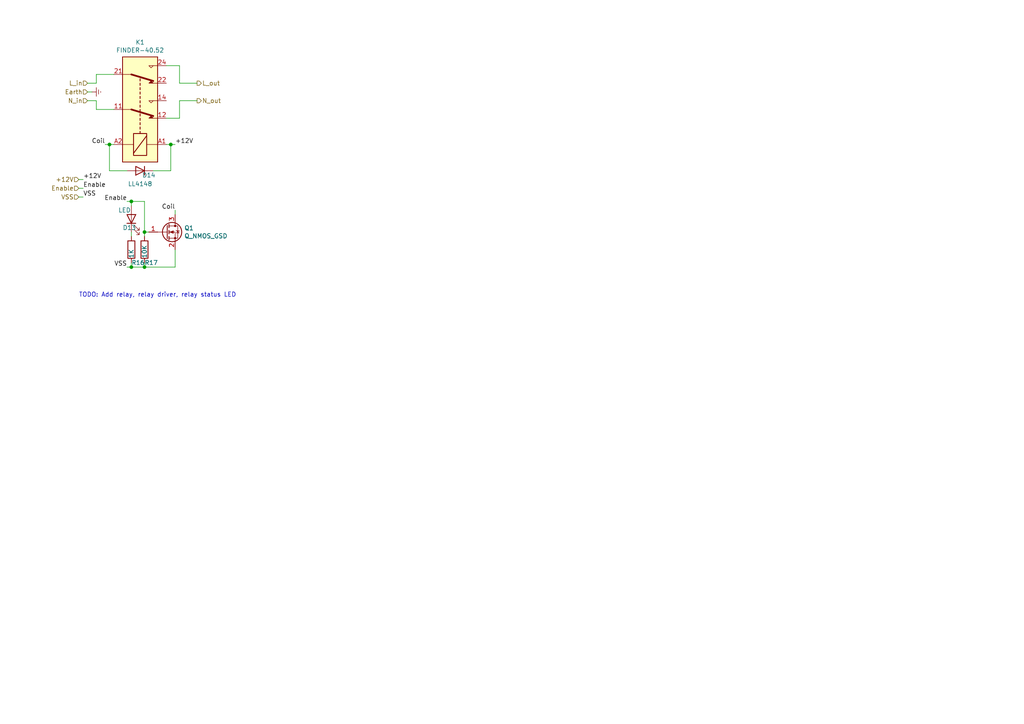
<source format=kicad_sch>
(kicad_sch (version 20211123) (generator eeschema)
  (paper "A4")
  (lib_symbols
    (symbol "Device:D" (pin_numbers hide) (pin_names (offset 1.016) hide)
      (property "Reference" "D" (at 0 2.54 0))
      (property "Value" "D" (at 0 -2.54 0))
      (symbol "D_0_1"
        (polyline (pts (xy -1.27 1.27) (xy -1.27 -1.27)) (stroke (width 0.254)))
        (polyline (pts (xy 1.27 0) (xy -1.27 0)))
        (polyline (pts (xy 1.27 1.27) (xy 1.27 -1.27) (xy -1.27 0) (xy 1.27 1.27)) (stroke (width 0.254)))
      )
      (symbol "D_1_1"
        (pin passive line (at -3.81 0 0) (length 2.54) (name "K") (number "1"))
        (pin passive line (at 3.81 0 180) (length 2.54) (name "A") (number "2"))
      )
    )
    (symbol "Device:LED" (pin_numbers hide) (pin_names (offset 1.016) hide)
      (property "Reference" "D" (at 0 2.54 0))
      (property "Value" "LED" (at 0 -2.54 0))
      (symbol "LED_0_1"
        (polyline (pts (xy -1.27 -1.27) (xy -1.27 1.27)) (stroke (width 0.254)))
        (polyline (pts (xy -1.27 0) (xy 1.27 0)))
        (polyline (pts (xy 1.27 -1.27) (xy 1.27 1.27) (xy -1.27 0) (xy 1.27 -1.27)) (stroke (width 0.254)))
        (polyline (pts (xy -3.048 -0.762) (xy -4.572 -2.286) (xy -3.81 -2.286) (xy -4.572 -2.286) (xy -4.572 -1.524)))
        (polyline (pts (xy -1.778 -0.762) (xy -3.302 -2.286) (xy -2.54 -2.286) (xy -3.302 -2.286) (xy -3.302 -1.524)))
      )
      (symbol "LED_1_1"
        (pin passive line (at -3.81 0 0) (length 2.54) (name "K") (number "1"))
        (pin passive line (at 3.81 0 180) (length 2.54) (name "A") (number "2"))
      )
    )
    (symbol "Device:Q_NMOS_GSD" (pin_names (offset 0) hide)
      (property "Reference" "Q" (at 5.08 1.27 0))
      (property "Value" "Q_NMOS_GSD" (at 5.08 -1.27 0))
      (symbol "Q_NMOS_GSD_0_1"
        (polyline (pts (xy 0.254 0) (xy -2.54 0)))
        (polyline (pts (xy 0.254 1.905) (xy 0.254 -1.905)) (stroke (width 0.254)))
        (polyline (pts (xy 0.762 -1.27) (xy 0.762 -2.286)) (stroke (width 0.254)))
        (polyline (pts (xy 0.762 0.508) (xy 0.762 -0.508)) (stroke (width 0.254)))
        (polyline (pts (xy 0.762 2.286) (xy 0.762 1.27)) (stroke (width 0.254)))
        (polyline (pts (xy 2.54 2.54) (xy 2.54 1.778)))
        (polyline (pts (xy 2.54 -2.54) (xy 2.54 0) (xy 0.762 0)))
        (polyline (pts (xy 0.762 -1.778) (xy 3.302 -1.778) (xy 3.302 1.778) (xy 0.762 1.778)))
        (polyline (pts (xy 1.016 0) (xy 2.032 0.381) (xy 2.032 -0.381) (xy 1.016 0)) (fill (type outline)))
        (polyline (pts (xy 2.794 0.508) (xy 2.921 0.381) (xy 3.683 0.381) (xy 3.81 0.254)))
        (polyline (pts (xy 3.302 0.381) (xy 2.921 -0.254) (xy 3.683 -0.254) (xy 3.302 0.381)))
        (circle (center 1.651 0) (radius 2.794) (stroke (width 0.254)))
        (circle (center 2.54 -1.778) (radius 0.254) (fill (type outline)))
        (circle (center 2.54 1.778) (radius 0.254) (fill (type outline)))
      )
      (symbol "Q_NMOS_GSD_1_1"
        (pin input line (at -5.08 0 0) (length 2.54) (name "G") (number "1"))
        (pin passive line (at 2.54 -5.08 90) (length 2.54) (name "S") (number "2"))
        (pin passive line (at 2.54 5.08 270) (length 2.54) (name "D") (number "3"))
      )
    )
    (symbol "Device:R" (pin_numbers hide) (pin_names (offset 0))
      (property "Reference" "R" (at 2.032 0 90))
      (property "Value" "R" (at 0 0 90))
      (symbol "R_0_1"
        (rectangle (start -1.016 -2.54) (end 1.016 2.54) (stroke (width 0.254)))
      )
      (symbol "R_1_1"
        (pin passive line (at 0 3.81 270) (length 1.27) (name "~") (number "1"))
        (pin passive line (at 0 -3.81 90) (length 1.27) (name "~") (number "2"))
      )
    )
    (symbol "Relay:FINDER-40.52"
      (property "Reference" "K" (at 16.51 3.81 0))
      (property "Value" "FINDER-40.52" (at 16.51 1.27 0))
      (symbol "FINDER-40.52_0_1"
        (rectangle (start -15.24 5.08) (end 15.24 -5.08) (stroke (width 0.254)) (fill (type background)))
        (rectangle (start -13.335 1.905) (end -6.985 -1.905) (stroke (width 0.254)))
        (polyline (pts (xy -12.7 -1.905) (xy -7.62 1.905)) (stroke (width 0.254)))
        (polyline (pts (xy -10.16 -5.08) (xy -10.16 -1.905)))
        (polyline (pts (xy -10.16 5.08) (xy -10.16 1.905)))
        (polyline (pts (xy -6.985 0) (xy -6.35 0)) (stroke (width 0.254)))
        (polyline (pts (xy -5.715 0) (xy -5.08 0)) (stroke (width 0.254)))
        (polyline (pts (xy -4.445 0) (xy -3.81 0)) (stroke (width 0.254)))
        (polyline (pts (xy -3.175 0) (xy -2.54 0)) (stroke (width 0.254)))
        (polyline (pts (xy -1.905 0) (xy -1.27 0)) (stroke (width 0.254)))
        (polyline (pts (xy -0.635 0) (xy 0 0)) (stroke (width 0.254)))
        (polyline (pts (xy 0 -2.54) (xy -1.905 3.81)) (stroke (width 0.508)))
        (polyline (pts (xy 0 -2.54) (xy 0 -5.08)))
        (polyline (pts (xy 0.635 0) (xy 1.27 0)) (stroke (width 0.254)))
        (polyline (pts (xy 1.905 0) (xy 2.54 0)) (stroke (width 0.254)))
        (polyline (pts (xy 3.175 0) (xy 3.81 0)) (stroke (width 0.254)))
        (polyline (pts (xy 4.445 0) (xy 5.08 0)) (stroke (width 0.254)))
        (polyline (pts (xy 5.715 0) (xy 6.35 0)) (stroke (width 0.254)))
        (polyline (pts (xy 6.985 0) (xy 7.62 0)) (stroke (width 0.254)))
        (polyline (pts (xy 8.255 0) (xy 8.89 0)) (stroke (width 0.254)))
        (polyline (pts (xy 10.16 -2.54) (xy 8.255 3.81)) (stroke (width 0.508)))
        (polyline (pts (xy 10.16 -2.54) (xy 10.16 -5.08)))
        (polyline (pts (xy -2.54 5.08) (xy -2.54 2.54) (xy -1.905 3.175) (xy -2.54 3.81)) (fill (type outline)))
        (polyline (pts (xy 2.54 5.08) (xy 2.54 2.54) (xy 1.905 3.175) (xy 2.54 3.81)))
        (polyline (pts (xy 7.62 5.08) (xy 7.62 2.54) (xy 8.255 3.175) (xy 7.62 3.81)) (fill (type outline)))
        (polyline (pts (xy 12.7 5.08) (xy 12.7 2.54) (xy 12.065 3.175) (xy 12.7 3.81)))
      )
      (symbol "FINDER-40.52_1_1"
        (pin passive line (at 0 -7.62 90) (length 2.54) (name "~") (number "11"))
        (pin passive line (at -2.54 7.62 270) (length 2.54) (name "~") (number "12"))
        (pin passive line (at 2.54 7.62 270) (length 2.54) (name "~") (number "14"))
        (pin passive line (at 10.16 -7.62 90) (length 2.54) (name "~") (number "21"))
        (pin passive line (at 7.62 7.62 270) (length 2.54) (name "~") (number "22"))
        (pin passive line (at 12.7 7.62 270) (length 2.54) (name "~") (number "24"))
        (pin passive line (at -10.16 7.62 270) (length 2.54) (name "~") (number "A1"))
        (pin passive line (at -10.16 -7.62 90) (length 2.54) (name "~") (number "A2"))
      )
    )
    (symbol "power:Earth" (power) (pin_names (offset 0))
      (symbol "Earth_0_1"
        (polyline (pts (xy -0.635 -1.905) (xy 0.635 -1.905)))
        (polyline (pts (xy -0.127 -2.54) (xy 0.127 -2.54)))
        (polyline (pts (xy 0 -1.27) (xy 0 0)))
        (polyline (pts (xy 1.27 -1.27) (xy -1.27 -1.27)))
      )
      (symbol "Earth_1_1"
        (pin power_in line (at 0 0 270) (length 0) hide (name "Earth") (number "1"))
      )
    )
  )
  (junction (at 41.91 77.47))
  (junction (at 41.91 67.31))
  (junction (at 38.1 58.42))
  (junction (at 31.75 41.91))
  (junction (at 38.1 77.47))
  (junction (at 49.53 41.91))
  (wire (pts (xy 38.1 58.42) (xy 41.91 58.42)))
  (wire (pts (xy 50.8 77.47) (xy 41.91 77.47)))
  (wire (pts (xy 38.1 67.31) (xy 38.1 68.58)))
  (wire (pts (xy 38.1 58.42) (xy 38.1 59.69)))
  (wire (pts (xy 52.07 24.13) (xy 57.15 24.13)))
  (wire (pts (xy 36.83 49.53) (xy 31.75 49.53)))
  (wire (pts (xy 38.1 77.47) (xy 41.91 77.47)))
  (wire (pts (xy 52.07 19.05) (xy 52.07 24.13)))
  (wire (pts (xy 30.48 41.91) (xy 31.75 41.91)))
  (wire (pts (xy 27.94 31.75) (xy 33.02 31.75)))
  (wire (pts (xy 24.13 57.15) (xy 22.86 57.15)))
  (wire (pts (xy 49.53 49.53) (xy 44.45 49.53)))
  (wire (pts (xy 49.53 41.91) (xy 48.26 41.91)))
  (wire (pts (xy 22.86 54.61) (xy 24.13 54.61)))
  (wire (pts (xy 27.94 21.59) (xy 33.02 21.59)))
  (wire (pts (xy 50.8 60.96) (xy 50.8 62.23)))
  (wire (pts (xy 41.91 76.2) (xy 41.91 77.47)))
  (wire (pts (xy 41.91 67.31) (xy 41.91 68.58)))
  (wire (pts (xy 25.4 24.13) (xy 27.94 24.13)))
  (wire (pts (xy 50.8 72.39) (xy 50.8 77.47)))
  (wire (pts (xy 36.83 77.47) (xy 38.1 77.47)))
  (wire (pts (xy 25.4 29.21) (xy 27.94 29.21)))
  (wire (pts (xy 49.53 41.91) (xy 49.53 49.53)))
  (wire (pts (xy 36.83 58.42) (xy 38.1 58.42)))
  (wire (pts (xy 31.75 49.53) (xy 31.75 41.91)))
  (wire (pts (xy 24.13 52.07) (xy 22.86 52.07)))
  (wire (pts (xy 50.8 41.91) (xy 49.53 41.91)))
  (wire (pts (xy 52.07 29.21) (xy 52.07 34.29)))
  (wire (pts (xy 27.94 29.21) (xy 27.94 31.75)))
  (wire (pts (xy 38.1 76.2) (xy 38.1 77.47)))
  (wire (pts (xy 26.67 26.67) (xy 25.4 26.67)))
  (wire (pts (xy 52.07 34.29) (xy 48.26 34.29)))
  (wire (pts (xy 41.91 58.42) (xy 41.91 67.31)))
  (wire (pts (xy 27.94 24.13) (xy 27.94 21.59)))
  (wire (pts (xy 48.26 19.05) (xy 52.07 19.05)))
  (wire (pts (xy 43.18 67.31) (xy 41.91 67.31)))
  (wire (pts (xy 31.75 41.91) (xy 33.02 41.91)))
  (wire (pts (xy 57.15 29.21) (xy 52.07 29.21)))
  (text "TODO: Add relay, relay driver, relay status LED" (at 22.86 86.36 0) (effects (font (size 1.27 1.27)) (justify left bottom)))
  (label "Coil" (at 50.8 60.96 180))
  (label "VSS" (at 24.13 57.15 0))
  (label "Coil" (at 30.48 41.91 180))
  (label "VSS" (at 36.83 77.47 180))
  (label "Enable" (at 24.13 54.61 0))
  (label "Enable" (at 36.83 58.42 180))
  (label "+12V" (at 50.8 41.91 0))
  (label "+12V" (at 24.13 52.07 0))
  (hierarchical_label "L_in" (shape input) (at 25.4 24.13 180))
  (hierarchical_label "N_out" (shape output) (at 57.15 29.21 0))
  (hierarchical_label "+12V" (shape input) (at 22.86 52.07 180))
  (hierarchical_label "N_in" (shape input) (at 25.4 29.21 180))
  (hierarchical_label "Earth" (shape input) (at 25.4 26.67 180))
  (hierarchical_label "L_out" (shape output) (at 57.15 24.13 0))
  (hierarchical_label "Enable" (shape input) (at 22.86 54.61 180))
  (hierarchical_label "VSS" (shape input) (at 22.86 57.15 180))
  (symbol (lib_id "Relay:FINDER-40.52") (at 40.64 31.75 270) (mirror x) (unit 1)
    (property "Reference" "K1" (at 40.64 12.2682 90))
    (property "Value" "FINDER-40.52" (at 40.64 14.5796 90))
    (property "Footprint" "Relay_THT:Relay_DPDT_Finder_40.52" (effects hide))
    (property "Datasheet" "http://gfinder.findernet.com/assets/Series/353/S40EN.pdf" (effects hide))
  )
  (symbol (lib_id "power:Earth") (at 26.67 26.67 90) (unit 1)
    (property "Reference" "#PWR01" (effects hide))
    (property "Value" "Earth" (effects hide))
  )
  (symbol (lib_id "Device:D") (at 40.64 49.53 180) (unit 1)
    (property "Reference" "D14" (at 43.18 50.8 0))
    (property "Value" "LL4148" (at 40.64 53.34 0))
    (property "Footprint" "Diode_SMD:D_MELF" (effects hide))
  )
  (symbol (lib_id "Device:Q_NMOS_GSD") (at 48.26 67.31 0) (unit 1)
    (property "Reference" "Q1" (at 53.4416 66.1416 0) (effects (justify left)))
    (property "Value" "Q_NMOS_GSD" (at 53.4416 68.453 0) (effects (justify left)))
    (property "Footprint" "SquantorIC:SOT23-3" (effects hide))
  )
  (symbol (lib_id "Device:R") (at 41.91 72.39 0) (unit 1)
    (property "Reference" "R17" (at 41.91 76.2 0) (effects (justify left)))
    (property "Value" "10K" (at 41.91 74.93 90) (effects (justify left)))
    (property "Footprint" "SquantorRcl:R_0603" (effects hide))
  )
  (symbol (lib_id "Device:R") (at 38.1 72.39 0) (unit 1)
    (property "Reference" "R16" (at 38.1 76.2 0) (effects (justify left)))
    (property "Value" "1K" (at 38.1 74.93 90) (effects (justify left)))
    (property "Footprint" "SquantorRcl:R_0603" (effects hide))
  )
  (symbol (lib_id "Device:LED") (at 38.1 63.5 90) (unit 1)
    (property "Reference" "D13" (at 35.56 66.04 90) (effects (justify right)))
    (property "Value" "LED" (at 34.29 60.96 90) (effects (justify right)))
    (property "Footprint" "SquantorDiodes:LED_0603_hand" (effects hide))
  )
)
</source>
